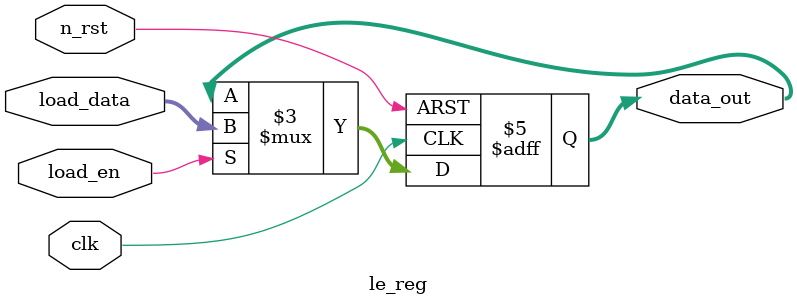
<source format=sv>
/*
Load enable 32-bit register 
*/

module le_reg(
    input logic clk, n_rst, 
    input logic[31:0] load_data, 
    input logic load_en, 

    output logic[31:0] data_out
);


always_ff @(posedge clk, negedge n_rst) begin
    if(~n_rst)
        data_out <= 'b0; 
    else if (load_en) 
        data_out <= load_data; 
end 
endmodule 

</source>
